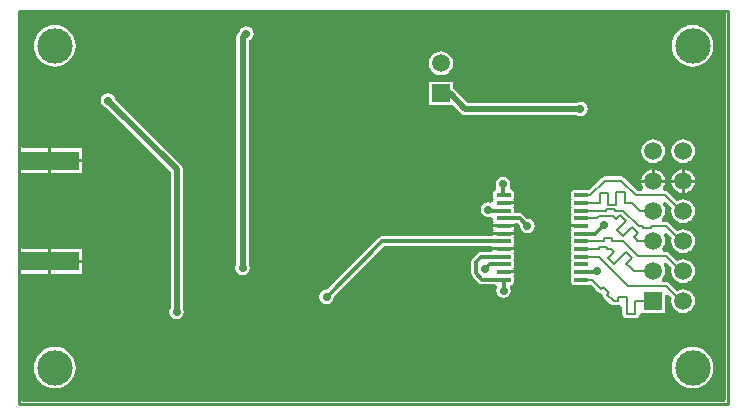
<source format=gbl>
G04 Layer_Physical_Order=2*
G04 Layer_Color=16711680*
%FSLAX44Y44*%
%MOMM*%
G71*
G01*
G75*
%ADD10R,4.9000X1.6000*%
%ADD28C,0.5080*%
%ADD29C,0.3048*%
%ADD31C,0.2540*%
%ADD32C,1.5000*%
%ADD33R,1.5000X1.5000*%
%ADD34R,1.5000X1.5000*%
%ADD35C,3.0000*%
%ADD36C,0.7112*%
G04:AMPARAMS|DCode=37|XSize=1.25mm|YSize=0.42mm|CornerRadius=0.105mm|HoleSize=0mm|Usage=FLASHONLY|Rotation=0.000|XOffset=0mm|YOffset=0mm|HoleType=Round|Shape=RoundedRectangle|*
%AMROUNDEDRECTD37*
21,1,1.2500,0.2100,0,0,0.0*
21,1,1.0400,0.4200,0,0,0.0*
1,1,0.2100,0.5200,-0.1050*
1,1,0.2100,-0.5200,-0.1050*
1,1,0.2100,-0.5200,0.1050*
1,1,0.2100,0.5200,0.1050*
%
%ADD37ROUNDEDRECTD37*%
%ADD38C,0.2032*%
G36*
X948750Y450626D02*
X947750Y448500D01*
X352797D01*
X351003Y450297D01*
X351165Y556960D01*
X374480D01*
Y567500D01*
Y578040D01*
X352994D01*
X351199Y579837D01*
X351294Y641960D01*
X374480D01*
Y652500D01*
Y663040D01*
X353123D01*
X351329Y664837D01*
X351500Y777750D01*
X948750D01*
Y450626D01*
D02*
G37*
%LPC*%
G36*
X768817Y596230D02*
X751183D01*
X751418Y595049D01*
X751952Y594250D01*
X751418Y593451D01*
X751183Y592270D01*
X768817D01*
X768582Y593451D01*
X768048Y594250D01*
X768582Y595049D01*
X768817Y596230D01*
D02*
G37*
G36*
Y589730D02*
X750959D01*
X750068Y588644D01*
X657250D01*
X655664Y588328D01*
X654320Y587430D01*
X610546Y543656D01*
X610250Y543715D01*
X607872Y543242D01*
X605855Y541895D01*
X604508Y539879D01*
X604035Y537500D01*
X604508Y535121D01*
X605855Y533105D01*
X607872Y531758D01*
X610250Y531285D01*
X612629Y531758D01*
X614645Y533105D01*
X615992Y535121D01*
X616465Y537500D01*
X616407Y537797D01*
X658966Y580356D01*
X750068D01*
X750959Y579270D01*
X768817D01*
X768582Y580451D01*
X768048Y581250D01*
X768582Y582049D01*
X768860Y583450D01*
Y585550D01*
X768582Y586951D01*
X768048Y587750D01*
X768582Y588549D01*
X768817Y589730D01*
D02*
G37*
G36*
Y576730D02*
X750959D01*
X750068Y575644D01*
X741250D01*
X741250Y575644D01*
X739664Y575328D01*
X738320Y574430D01*
X733820Y569930D01*
X732922Y568586D01*
X732606Y567000D01*
Y557250D01*
X732922Y555664D01*
X733820Y554320D01*
X739070Y549070D01*
X740414Y548172D01*
X742000Y547856D01*
X752968D01*
X753399Y547568D01*
X754134Y545480D01*
X754196Y544820D01*
X753785Y542750D01*
X754258Y540372D01*
X755605Y538355D01*
X757622Y537008D01*
X760000Y536535D01*
X762378Y537008D01*
X764395Y538355D01*
X765742Y540372D01*
X766215Y542750D01*
X765804Y544820D01*
X765866Y545480D01*
X766601Y547568D01*
X766831Y547722D01*
X767788Y548362D01*
X768582Y549549D01*
X768860Y550950D01*
Y553050D01*
X768582Y554451D01*
X768048Y555250D01*
X768582Y556049D01*
X768817Y557230D01*
X760000D01*
Y559770D01*
X768817D01*
X768582Y560951D01*
X768048Y561750D01*
X768582Y562549D01*
X768860Y563950D01*
Y566050D01*
X768582Y567451D01*
X768048Y568250D01*
X768582Y569049D01*
X768860Y570450D01*
Y572550D01*
X768582Y573951D01*
X768048Y574750D01*
X768582Y575549D01*
X768817Y576730D01*
D02*
G37*
G36*
X921960Y634130D02*
X913270D01*
Y625441D01*
X914621Y625618D01*
X917063Y626630D01*
X919161Y628239D01*
X920770Y630337D01*
X921782Y632779D01*
X921960Y634130D01*
D02*
G37*
G36*
X910730D02*
X902041D01*
X902218Y632779D01*
X903230Y630337D01*
X904839Y628239D01*
X906937Y626630D01*
X909379Y625618D01*
X910730Y625441D01*
Y634130D01*
D02*
G37*
G36*
X759500Y638965D02*
X757122Y638492D01*
X755105Y637145D01*
X753758Y635129D01*
X753285Y632750D01*
X753715Y630584D01*
X753712Y630058D01*
X753399Y627932D01*
X752823Y627547D01*
X752212Y627138D01*
X751418Y625951D01*
X751140Y624550D01*
Y622450D01*
X751418Y621049D01*
X751952Y620250D01*
X751418Y619451D01*
X751254Y618627D01*
X750077Y617722D01*
X749786Y617542D01*
X748600Y617098D01*
X746750Y617465D01*
X744371Y616992D01*
X742355Y615645D01*
X741008Y613629D01*
X740535Y611250D01*
X741008Y608871D01*
X742355Y606855D01*
X744371Y605508D01*
X746750Y605035D01*
X748674Y605417D01*
X748826Y605395D01*
X750248Y604556D01*
X751140Y603797D01*
Y602950D01*
X751418Y601549D01*
X751952Y600750D01*
X751418Y599951D01*
X751183Y598770D01*
X769041D01*
X769641Y599501D01*
X772303Y599587D01*
X774093Y597797D01*
X774035Y597500D01*
X774508Y595121D01*
X775855Y593105D01*
X777871Y591758D01*
X780250Y591285D01*
X782628Y591758D01*
X784645Y593105D01*
X785992Y595121D01*
X786465Y597500D01*
X785992Y599879D01*
X784645Y601895D01*
X782628Y603242D01*
X780250Y603715D01*
X779954Y603657D01*
X776680Y606930D01*
X775336Y607828D01*
X773750Y608144D01*
X769932D01*
X768860Y609450D01*
Y611550D01*
X768582Y612951D01*
X768048Y613750D01*
X768582Y614549D01*
X768817Y615730D01*
X760000D01*
Y618270D01*
X768817D01*
X768582Y619451D01*
X768048Y620250D01*
X768582Y621049D01*
X768860Y622450D01*
Y624550D01*
X768582Y625951D01*
X767788Y627138D01*
X766601Y627932D01*
X765399Y630089D01*
X765303Y630568D01*
X765309Y630705D01*
X765715Y632750D01*
X765242Y635129D01*
X763895Y637145D01*
X761879Y638492D01*
X759500Y638965D01*
D02*
G37*
G36*
X425250Y709715D02*
X422872Y709242D01*
X420855Y707895D01*
X419508Y705879D01*
X419035Y703500D01*
X419508Y701122D01*
X420855Y699105D01*
X422872Y697758D01*
X423865Y697560D01*
X478070Y643354D01*
Y527971D01*
X477508Y527128D01*
X477035Y524750D01*
X477508Y522371D01*
X478855Y520355D01*
X480872Y519008D01*
X483250Y518535D01*
X485629Y519008D01*
X487645Y520355D01*
X488992Y522371D01*
X489465Y524750D01*
X488992Y527128D01*
X488429Y527971D01*
Y645500D01*
X488035Y647482D01*
X486912Y649163D01*
X431190Y704885D01*
X430992Y705879D01*
X429645Y707895D01*
X427629Y709242D01*
X425250Y709715D01*
D02*
G37*
G36*
X920000Y495125D02*
X916562Y494786D01*
X913255Y493783D01*
X910208Y492155D01*
X907537Y489963D01*
X905346Y487292D01*
X903717Y484245D01*
X902714Y480938D01*
X902375Y477500D01*
X902714Y474062D01*
X903717Y470755D01*
X905346Y467708D01*
X907537Y465037D01*
X910208Y462845D01*
X913255Y461217D01*
X916562Y460214D01*
X920000Y459875D01*
X923438Y460214D01*
X926745Y461217D01*
X929792Y462845D01*
X932463Y465037D01*
X934654Y467708D01*
X936283Y470755D01*
X937286Y474062D01*
X937625Y477500D01*
X937286Y480938D01*
X936283Y484245D01*
X934654Y487292D01*
X932463Y489963D01*
X929792Y492155D01*
X926745Y493783D01*
X923438Y494786D01*
X920000Y495125D01*
D02*
G37*
G36*
X380000D02*
X376562Y494786D01*
X373255Y493783D01*
X370208Y492155D01*
X367537Y489963D01*
X365345Y487292D01*
X363717Y484245D01*
X362714Y480938D01*
X362375Y477500D01*
X362714Y474062D01*
X363717Y470755D01*
X365345Y467708D01*
X367537Y465037D01*
X370208Y462845D01*
X373255Y461217D01*
X376562Y460214D01*
X380000Y459875D01*
X383438Y460214D01*
X386745Y461217D01*
X389792Y462845D01*
X392463Y465037D01*
X394655Y467708D01*
X396283Y470755D01*
X397286Y474062D01*
X397625Y477500D01*
X397286Y480938D01*
X396283Y484245D01*
X394655Y487292D01*
X392463Y489963D01*
X389792Y492155D01*
X386745Y493783D01*
X383438Y494786D01*
X380000Y495125D01*
D02*
G37*
G36*
X402790Y578040D02*
X377020D01*
Y568770D01*
X402790D01*
Y578040D01*
D02*
G37*
G36*
Y566230D02*
X377020D01*
Y556960D01*
X402790D01*
Y566230D01*
D02*
G37*
G36*
X542250Y766465D02*
X539871Y765992D01*
X537855Y764645D01*
X536508Y762628D01*
X536310Y761635D01*
X535383Y760708D01*
X534261Y759028D01*
X533867Y757046D01*
Y565017D01*
X533304Y564174D01*
X532831Y561796D01*
X533304Y559417D01*
X534651Y557401D01*
X536668Y556054D01*
X539046Y555581D01*
X541424Y556054D01*
X543441Y557401D01*
X544788Y559417D01*
X545261Y561796D01*
X544788Y564174D01*
X544226Y565017D01*
Y754427D01*
X544629Y754508D01*
X546645Y755855D01*
X547992Y757871D01*
X548465Y760250D01*
X547992Y762628D01*
X546645Y764645D01*
X544629Y765992D01*
X542250Y766465D01*
D02*
G37*
G36*
X717040Y719640D02*
X696960D01*
Y699560D01*
X717040D01*
X717040Y699560D01*
Y699560D01*
X718775Y697900D01*
X723838Y692838D01*
X725518Y691715D01*
X727500Y691320D01*
X821779D01*
X822622Y690758D01*
X825000Y690285D01*
X827378Y690758D01*
X829395Y692105D01*
X830742Y694121D01*
X831215Y696500D01*
X830742Y698878D01*
X829395Y700895D01*
X827378Y702242D01*
X825000Y702715D01*
X822622Y702242D01*
X821779Y701680D01*
X729645D01*
X718063Y713262D01*
X717040Y713946D01*
Y719640D01*
D02*
G37*
G36*
X402790Y663040D02*
X377020D01*
Y653770D01*
X402790D01*
Y663040D01*
D02*
G37*
G36*
X912000Y670927D02*
X909379Y670582D01*
X906937Y669570D01*
X904839Y667961D01*
X903230Y665863D01*
X902218Y663421D01*
X901873Y660800D01*
X902218Y658179D01*
X903230Y655737D01*
X904839Y653639D01*
X906937Y652030D01*
X909379Y651018D01*
X912000Y650673D01*
X914621Y651018D01*
X917063Y652030D01*
X919161Y653639D01*
X920770Y655737D01*
X921782Y658179D01*
X922127Y660800D01*
X921782Y663421D01*
X920770Y665863D01*
X919161Y667961D01*
X917063Y669570D01*
X914621Y670582D01*
X912000Y670927D01*
D02*
G37*
G36*
X920000Y767625D02*
X916562Y767286D01*
X913255Y766283D01*
X910208Y764654D01*
X907537Y762463D01*
X905346Y759792D01*
X903717Y756745D01*
X902714Y753438D01*
X902375Y750000D01*
X902714Y746562D01*
X903717Y743255D01*
X905346Y740208D01*
X907537Y737537D01*
X910208Y735346D01*
X913255Y733717D01*
X916562Y732714D01*
X920000Y732375D01*
X923438Y732714D01*
X926745Y733717D01*
X929792Y735346D01*
X932463Y737537D01*
X934654Y740208D01*
X936283Y743255D01*
X937286Y746562D01*
X937625Y750000D01*
X937286Y753438D01*
X936283Y756745D01*
X934654Y759792D01*
X932463Y762463D01*
X929792Y764654D01*
X926745Y766283D01*
X923438Y767286D01*
X920000Y767625D01*
D02*
G37*
G36*
X380000D02*
X376562Y767286D01*
X373255Y766283D01*
X370208Y764654D01*
X367537Y762463D01*
X365345Y759792D01*
X363717Y756745D01*
X362714Y753438D01*
X362375Y750000D01*
X362714Y746562D01*
X363717Y743255D01*
X365345Y740208D01*
X367537Y737537D01*
X370208Y735346D01*
X373255Y733717D01*
X376562Y732714D01*
X380000Y732375D01*
X383438Y732714D01*
X386745Y733717D01*
X389792Y735346D01*
X392463Y737537D01*
X394655Y740208D01*
X396283Y743255D01*
X397286Y746562D01*
X397625Y750000D01*
X397286Y753438D01*
X396283Y756745D01*
X394655Y759792D01*
X392463Y762463D01*
X389792Y764654D01*
X386745Y766283D01*
X383438Y767286D01*
X380000Y767625D01*
D02*
G37*
G36*
X707000Y745127D02*
X704379Y744782D01*
X701937Y743770D01*
X699839Y742161D01*
X698230Y740063D01*
X697218Y737621D01*
X696873Y735000D01*
X697218Y732379D01*
X698230Y729937D01*
X699839Y727839D01*
X701937Y726230D01*
X704379Y725218D01*
X707000Y724873D01*
X709621Y725218D01*
X712063Y726230D01*
X714161Y727839D01*
X715770Y729937D01*
X716782Y732379D01*
X717127Y735000D01*
X716782Y737621D01*
X715770Y740063D01*
X714161Y742161D01*
X712063Y743770D01*
X709621Y744782D01*
X707000Y745127D01*
D02*
G37*
G36*
X886600Y670927D02*
X883979Y670582D01*
X881537Y669570D01*
X879439Y667961D01*
X877830Y665863D01*
X876818Y663421D01*
X876473Y660800D01*
X876818Y658179D01*
X877830Y655737D01*
X879439Y653639D01*
X881537Y652030D01*
X883979Y651018D01*
X886600Y650673D01*
X889221Y651018D01*
X891663Y652030D01*
X893761Y653639D01*
X895370Y655737D01*
X896382Y658179D01*
X896727Y660800D01*
X896382Y663421D01*
X895370Y665863D01*
X893761Y667961D01*
X891663Y669570D01*
X889221Y670582D01*
X886600Y670927D01*
D02*
G37*
G36*
X887870Y645359D02*
Y636670D01*
X896560D01*
X896382Y638021D01*
X895370Y640463D01*
X893761Y642561D01*
X891663Y644170D01*
X889221Y645182D01*
X887870Y645359D01*
D02*
G37*
G36*
X910730D02*
X909379Y645182D01*
X906937Y644170D01*
X904839Y642561D01*
X903230Y640463D01*
X902218Y638021D01*
X902041Y636670D01*
X910730D01*
Y645359D01*
D02*
G37*
G36*
X885330D02*
X883979Y645182D01*
X881537Y644170D01*
X879439Y642561D01*
X877830Y640463D01*
X876818Y638021D01*
X876641Y636670D01*
X885330D01*
Y645359D01*
D02*
G37*
G36*
X402790Y651230D02*
X377020D01*
Y641960D01*
X402790D01*
Y651230D01*
D02*
G37*
G36*
X859750Y639376D02*
X859750Y639376D01*
X845500D01*
X845500Y639376D01*
X844112Y639100D01*
X842936Y638314D01*
X842936Y638314D01*
X832453Y627830D01*
X832301Y627932D01*
X830900Y628210D01*
X820500D01*
X819099Y627932D01*
X817912Y627138D01*
X817118Y625951D01*
X816840Y624550D01*
Y622450D01*
X817118Y621049D01*
X817652Y620250D01*
X817118Y619451D01*
X816840Y618050D01*
Y615950D01*
X817118Y614549D01*
X817652Y613750D01*
X817118Y612951D01*
X816840Y611550D01*
Y609450D01*
X817118Y608049D01*
X817652Y607250D01*
X817118Y606451D01*
X816840Y605050D01*
Y602950D01*
X817118Y601549D01*
X817652Y600750D01*
X817118Y599951D01*
X816883Y598770D01*
X825700D01*
Y596230D01*
X816883D01*
X817118Y595049D01*
X817652Y594250D01*
X817118Y593451D01*
X816840Y592050D01*
Y589950D01*
X817118Y588549D01*
X817652Y587750D01*
X817118Y586951D01*
X816840Y585550D01*
Y583450D01*
X817118Y582049D01*
X817652Y581250D01*
X817118Y580451D01*
X816840Y579050D01*
Y576950D01*
X817118Y575549D01*
X817652Y574750D01*
X817118Y573951D01*
X816840Y572550D01*
Y570450D01*
X817118Y569049D01*
X817652Y568250D01*
X817118Y567451D01*
X816840Y566050D01*
Y563950D01*
X817118Y562549D01*
X817652Y561750D01*
X817118Y560951D01*
X816840Y559550D01*
Y557450D01*
X817118Y556049D01*
X817652Y555250D01*
X817118Y554451D01*
X816840Y553050D01*
Y550950D01*
X817118Y549549D01*
X817912Y548362D01*
X819099Y547568D01*
X820500Y547290D01*
X830900D01*
X832301Y547568D01*
X833488Y548362D01*
X835343Y546779D01*
X837793Y544330D01*
X837793Y544330D01*
X840307Y541815D01*
X840307Y541815D01*
X841483Y541030D01*
X842871Y540754D01*
X844448Y538477D01*
X844550Y537963D01*
X845336Y536786D01*
X850365Y531758D01*
X850365Y531758D01*
X850886Y531236D01*
X850886Y531236D01*
X852063Y530450D01*
X853450Y530174D01*
X857006D01*
X857952Y530363D01*
X859607Y529495D01*
X860492Y528798D01*
Y522944D01*
X860768Y521557D01*
X861554Y520381D01*
X862730Y519595D01*
X864118Y519319D01*
X871230D01*
X872617Y519595D01*
X873794Y520381D01*
X874580Y521557D01*
X874694Y522133D01*
X876560Y523760D01*
X896640D01*
Y538714D01*
X898987Y539686D01*
X902228Y536444D01*
X902218Y536421D01*
X901873Y533800D01*
X902218Y531179D01*
X903230Y528737D01*
X904839Y526639D01*
X906937Y525030D01*
X909379Y524018D01*
X912000Y523673D01*
X914621Y524018D01*
X917063Y525030D01*
X919161Y526639D01*
X920770Y528737D01*
X921782Y531179D01*
X922127Y533800D01*
X921782Y536421D01*
X920770Y538863D01*
X919161Y540961D01*
X917063Y542570D01*
X914621Y543582D01*
X912000Y543927D01*
X909379Y543582D01*
X906937Y542570D01*
X906609Y542318D01*
X900114Y548814D01*
X898938Y549600D01*
X897550Y549876D01*
X897550Y549876D01*
X895113D01*
X894419Y550986D01*
X894050Y552416D01*
X895370Y554137D01*
X896382Y556579D01*
X896727Y559200D01*
X896382Y561821D01*
X895522Y563895D01*
X895648Y564825D01*
X896627Y566797D01*
X896976Y566886D01*
X897289Y566784D01*
X902228Y561844D01*
X902218Y561821D01*
X901873Y559200D01*
X902218Y556579D01*
X903230Y554137D01*
X904839Y552039D01*
X906937Y550430D01*
X909379Y549418D01*
X912000Y549073D01*
X914621Y549418D01*
X917063Y550430D01*
X919161Y552039D01*
X920770Y554137D01*
X921782Y556579D01*
X922127Y559200D01*
X921782Y561821D01*
X920770Y564263D01*
X919161Y566361D01*
X917063Y567970D01*
X914621Y568982D01*
X912000Y569327D01*
X909379Y568982D01*
X906937Y567970D01*
X906609Y567718D01*
X899764Y574564D01*
X898587Y575350D01*
X897200Y575626D01*
X897200Y575626D01*
X895423D01*
X895230Y575836D01*
X894318Y578166D01*
X895370Y579537D01*
X896382Y581979D01*
X896727Y584600D01*
X896382Y587221D01*
X895714Y588833D01*
X896556Y591064D01*
X897050Y591647D01*
X897710Y591763D01*
X902228Y587244D01*
X902218Y587221D01*
X901873Y584600D01*
X902218Y581979D01*
X903230Y579537D01*
X904839Y577439D01*
X906937Y575830D01*
X909379Y574818D01*
X912000Y574473D01*
X914621Y574818D01*
X917063Y575830D01*
X919161Y577439D01*
X920770Y579537D01*
X921782Y581979D01*
X922127Y584600D01*
X921782Y587221D01*
X920770Y589663D01*
X919161Y591761D01*
X917063Y593370D01*
X914621Y594382D01*
X912000Y594727D01*
X909379Y594382D01*
X906937Y593370D01*
X906609Y593118D01*
X900164Y599564D01*
X898988Y600350D01*
X897600Y600626D01*
X897600Y600626D01*
X895048D01*
X894320Y601879D01*
X894011Y603166D01*
X895370Y604937D01*
X896382Y607379D01*
X896727Y610000D01*
X896382Y612621D01*
X895370Y615063D01*
X895127Y615381D01*
X896145Y618226D01*
X896552Y618321D01*
X902228Y612644D01*
X902218Y612621D01*
X901873Y610000D01*
X902218Y607379D01*
X903230Y604937D01*
X904839Y602839D01*
X906937Y601230D01*
X909379Y600218D01*
X912000Y599873D01*
X914621Y600218D01*
X917063Y601230D01*
X919161Y602839D01*
X920770Y604937D01*
X921782Y607379D01*
X922127Y610000D01*
X921782Y612621D01*
X920770Y615063D01*
X919161Y617161D01*
X917063Y618770D01*
X914621Y619782D01*
X912000Y620127D01*
X909379Y619782D01*
X906937Y618770D01*
X906609Y618518D01*
X899064Y626064D01*
X897887Y626850D01*
X896500Y627126D01*
X896500Y627126D01*
X896108D01*
X894855Y629666D01*
X895370Y630337D01*
X896382Y632779D01*
X896560Y634130D01*
X886600D01*
X876641D01*
X876818Y632779D01*
X877830Y630337D01*
X878345Y629666D01*
X877093Y627126D01*
X873502D01*
X862314Y638314D01*
X861137Y639100D01*
X859750Y639376D01*
D02*
G37*
G36*
X913270Y645359D02*
Y636670D01*
X921960D01*
X921782Y638021D01*
X920770Y640463D01*
X919161Y642561D01*
X917063Y644170D01*
X914621Y645182D01*
X913270Y645359D01*
D02*
G37*
%LPD*%
D10*
X375750Y652500D02*
D03*
Y567500D02*
D03*
D28*
X425250Y703500D02*
X483250Y645500D01*
Y524750D02*
Y645500D01*
X539046Y561796D02*
Y757046D01*
X542250Y760250D01*
X707000Y709600D02*
X714400D01*
X727500Y696500D01*
X825000D01*
D29*
X742000Y552000D02*
X760000D01*
X736750Y557250D02*
X742000Y552000D01*
X736750Y557250D02*
Y567000D01*
X741250Y571500D01*
X760000D01*
X744500Y561000D02*
X748500Y565000D01*
X760000D01*
Y542500D02*
Y542750D01*
Y552000D01*
X657250Y584500D02*
X760000D01*
X610250Y537500D02*
X657250Y584500D01*
X747500Y610500D02*
X760000D01*
X746750Y611250D02*
X747500Y610500D01*
X759500Y624000D02*
Y632750D01*
Y624000D02*
X760000Y623500D01*
Y604000D02*
X773750D01*
X780250Y597500D01*
X825700Y591000D02*
X837750D01*
X844750Y598000D01*
X825700Y558500D02*
X839250D01*
X839250Y558500D01*
D31*
X350000Y447000D02*
Y779000D01*
X950000D01*
Y447000D02*
Y779000D01*
X350000Y447000D02*
X950000D01*
D32*
X912000Y660800D02*
D03*
Y635400D02*
D03*
Y610000D02*
D03*
Y584600D02*
D03*
Y559200D02*
D03*
X886600Y660800D02*
D03*
Y635400D02*
D03*
Y610000D02*
D03*
Y584600D02*
D03*
Y559200D02*
D03*
X912000Y533800D02*
D03*
X707000Y735000D02*
D03*
D33*
X886600Y533800D02*
D03*
D34*
X707000Y709600D02*
D03*
D35*
X380000Y750000D02*
D03*
Y477500D02*
D03*
X920000Y750000D02*
D03*
Y477500D02*
D03*
D36*
X744500Y561000D02*
D03*
X760000Y542750D02*
D03*
X539046Y561796D02*
D03*
X483250Y524750D02*
D03*
X425250Y703500D02*
D03*
X542250Y760250D02*
D03*
X610250Y537500D02*
D03*
X746750Y611250D02*
D03*
X759500Y632750D02*
D03*
X780250Y597500D02*
D03*
X844750Y598000D02*
D03*
X839500Y559000D02*
D03*
X825000Y696500D02*
D03*
D37*
X825700Y552000D02*
D03*
Y558500D02*
D03*
Y565000D02*
D03*
Y571500D02*
D03*
Y578000D02*
D03*
Y584500D02*
D03*
Y591000D02*
D03*
Y597500D02*
D03*
Y604000D02*
D03*
Y610500D02*
D03*
Y617000D02*
D03*
Y623500D02*
D03*
X760000Y552000D02*
D03*
Y558500D02*
D03*
Y565000D02*
D03*
Y571500D02*
D03*
Y578000D02*
D03*
Y584500D02*
D03*
Y591000D02*
D03*
Y597500D02*
D03*
Y604000D02*
D03*
Y610500D02*
D03*
Y617000D02*
D03*
Y623500D02*
D03*
D38*
X897600Y597000D02*
X910000Y584600D01*
X887250Y597000D02*
X897600D01*
X885168D02*
X887250D01*
X885168Y595572D02*
Y597000D01*
X878056Y595572D02*
X885168D01*
X878056D02*
Y597000D01*
X874500D02*
X878056D01*
X861000Y610500D02*
X874500Y597000D01*
X825700Y610500D02*
X843350D01*
X854018D02*
X861000D01*
X854018D02*
Y611516D01*
X846906D02*
X854018D01*
X846906Y610500D02*
Y611516D01*
X843350Y610500D02*
X846906D01*
X875750Y610000D02*
X884600D01*
X868750Y617000D02*
X875750Y610000D01*
X865750Y617000D02*
X868750D01*
X825700D02*
X837750D01*
X862642D02*
X865750D01*
X862642D02*
Y626418D01*
X855530D02*
X862642D01*
X855530Y617000D02*
Y626418D01*
Y615477D02*
Y617000D01*
X848418Y615477D02*
X855530D01*
X848418D02*
Y617000D01*
Y625117D01*
X841306D02*
X848418D01*
X841306Y617000D02*
Y625117D01*
X837750Y617000D02*
X841306D01*
X859750Y635750D02*
X872000Y623500D01*
X845500Y635750D02*
X859750D01*
X833250Y623500D02*
X845500Y635750D01*
X872000Y623500D02*
X896500D01*
X825700D02*
X833250D01*
X896500D02*
X910000Y610000D01*
X873400Y584600D02*
X884600D01*
X872750Y585250D02*
X873400Y584600D01*
X870101Y587899D02*
X872750Y585250D01*
X870101Y587899D02*
X873717Y591515D01*
X868688Y596544D02*
X873717Y591515D01*
X865072Y592928D02*
X868688Y596544D01*
X860813Y588669D02*
X865072Y592928D01*
X855784Y593698D02*
X860813Y588669D01*
X855784Y593698D02*
X860043Y597957D01*
X863389Y601302D01*
X858360Y606331D02*
X863389Y601302D01*
X855014Y602985D02*
X858360Y606331D01*
X852500Y605500D02*
X855014Y602985D01*
X840750Y605500D02*
X852500D01*
X839250Y604000D02*
X840750Y605500D01*
X825700Y604000D02*
X839250D01*
X897200Y572000D02*
X910000Y559200D01*
X874000Y572000D02*
X897200D01*
X861500Y584500D02*
X874000Y572000D01*
X853000Y584500D02*
X861500D01*
X825700D02*
X841250D01*
X851918D02*
X853000D01*
X851918D02*
Y587068D01*
X844806D02*
X851918D01*
X844806Y584500D02*
Y587068D01*
X841250Y584500D02*
X844806D01*
X870050Y559200D02*
X884600D01*
X866750Y562500D02*
X870050Y559200D01*
X863822Y565428D02*
X866750Y562500D01*
X863822Y565428D02*
X868915Y570520D01*
X863886Y575549D02*
X868915Y570520D01*
X858793Y570457D02*
X863886Y575549D01*
X853451Y565114D02*
X858793Y570457D01*
X848422Y570143D02*
X853451Y565114D01*
X848422Y570143D02*
X853764Y575485D01*
X851250Y578000D02*
X853764Y575485D01*
X825700Y578000D02*
X837000D01*
X847668D02*
X851250D01*
X847668D02*
Y579858D01*
X840556D02*
X847668D01*
X840556Y578000D02*
Y579858D01*
X837000Y578000D02*
X840556D01*
X871230Y533800D02*
X875760D01*
X871230Y522944D02*
Y533800D01*
X864118Y522944D02*
X871230D01*
X864118D02*
Y533800D01*
Y537386D01*
X857006D02*
X864118D01*
X857006Y533800D02*
Y537386D01*
X853450Y533800D02*
X857006D01*
X852929Y534321D02*
X853450Y533800D01*
X847900Y539350D02*
X852929Y534321D01*
X847900Y539350D02*
X849524Y540975D01*
X844495Y546003D02*
X849524Y540975D01*
X842871Y544379D02*
X844495Y546003D01*
X840356Y546894D02*
X842871Y544379D01*
X875760Y533800D02*
X884600D01*
X835250Y552000D02*
X840356Y546894D01*
X825700Y552000D02*
X835250D01*
X825700Y571500D02*
X840500D01*
X865750Y546250D01*
X897550D01*
X910000Y533800D01*
M02*

</source>
